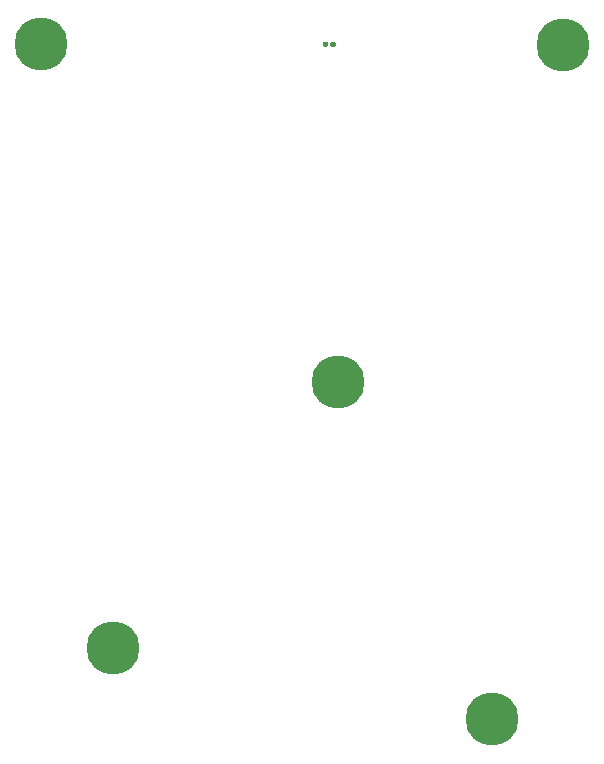
<source format=gbr>
G04 #@! TF.GenerationSoftware,KiCad,Pcbnew,(5.1.7)-1*
G04 #@! TF.CreationDate,2020-12-06T21:30:45-08:00*
G04 #@! TF.ProjectId,plate pcb,706c6174-6520-4706-9362-2e6b69636164,rev?*
G04 #@! TF.SameCoordinates,Original*
G04 #@! TF.FileFunction,Soldermask,Bot*
G04 #@! TF.FilePolarity,Negative*
%FSLAX46Y46*%
G04 Gerber Fmt 4.6, Leading zero omitted, Abs format (unit mm)*
G04 Created by KiCad (PCBNEW (5.1.7)-1) date 2020-12-06 21:30:45*
%MOMM*%
%LPD*%
G01*
G04 APERTURE LIST*
%ADD10C,4.500000*%
G04 APERTURE END LIST*
G36*
G01*
X125100389Y-76418716D02*
X125100389Y-76218716D01*
G75*
G02*
X125200389Y-76118716I100000J0D01*
G01*
X125460389Y-76118716D01*
G75*
G02*
X125560389Y-76218716I0J-100000D01*
G01*
X125560389Y-76418716D01*
G75*
G02*
X125460389Y-76518716I-100000J0D01*
G01*
X125200389Y-76518716D01*
G75*
G02*
X125100389Y-76418716I0J100000D01*
G01*
G37*
G36*
G01*
X124460389Y-76418716D02*
X124460389Y-76218716D01*
G75*
G02*
X124560389Y-76118716I100000J0D01*
G01*
X124820389Y-76118716D01*
G75*
G02*
X124920389Y-76218716I0J-100000D01*
G01*
X124920389Y-76418716D01*
G75*
G02*
X124820389Y-76518716I-100000J0D01*
G01*
X124560389Y-76518716D01*
G75*
G02*
X124460389Y-76418716I0J100000D01*
G01*
G37*
D10*
X106705257Y-127469516D03*
X144805157Y-76343365D03*
X100602556Y-76318716D03*
X125780507Y-104919066D03*
X138779807Y-133468915D03*
M02*

</source>
